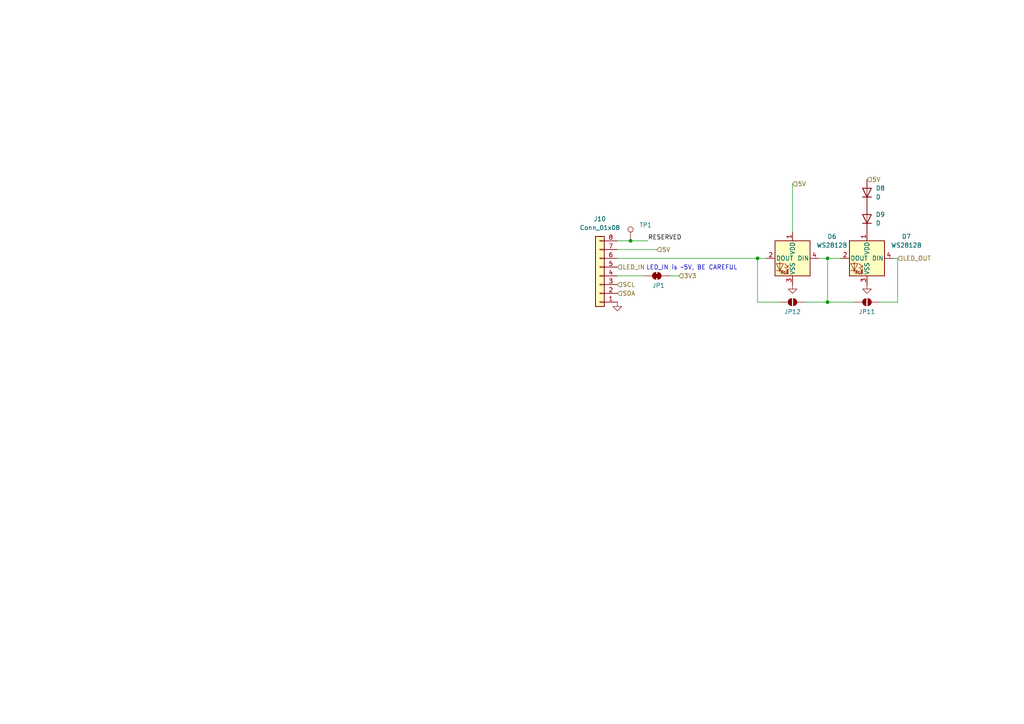
<source format=kicad_sch>
(kicad_sch (version 20231120) (generator "eeschema") (generator_version "8.0")
  (paper "A4")
  (lib_symbols
    (symbol "Connector:TestPoint" (pin_numbers hide) (pin_names (offset 0.762) hide)
      (property "Reference" "TP" (at 0 6.858 0))
      (property "Value" "TestPoint" (at 0 5.08 0))
      (symbol "TestPoint_0_1"
        (circle (center 0 3.302) (radius 0.762))
      )
      (symbol "TestPoint_1_1"
        (pin passive line (at 0 0 90) (length 2.54) (name "1") (number "1"))
      )
    )
    (symbol "Connector_Generic:Conn_01x08" (pin_names (offset 1.016) hide)
      (property "Reference" "J" (at 0 10.16 0))
      (property "Value" "Conn_01x08" (at 0 -12.7 0))
      (symbol "Conn_01x08_1_1"
        (rectangle (start -1.27 -10.033) (end 0 -10.287) (stroke (width 0.1524)))
        (rectangle (start -1.27 -7.493) (end 0 -7.747) (stroke (width 0.1524)))
        (rectangle (start -1.27 -4.953) (end 0 -5.207) (stroke (width 0.1524)))
        (rectangle (start -1.27 -2.413) (end 0 -2.667) (stroke (width 0.1524)))
        (rectangle (start -1.27 0.127) (end 0 -0.127) (stroke (width 0.1524)))
        (rectangle (start -1.27 2.667) (end 0 2.413) (stroke (width 0.1524)))
        (rectangle (start -1.27 5.207) (end 0 4.953) (stroke (width 0.1524)))
        (rectangle (start -1.27 7.747) (end 0 7.493) (stroke (width 0.1524)))
        (rectangle (start -1.27 8.89) (end 1.27 -11.43) (stroke (width 0.254)) (fill (type background)))
        (pin passive line (at -5.08 7.62 0) (length 3.81) (name "Pin_1") (number "1"))
        (pin passive line (at -5.08 5.08 0) (length 3.81) (name "Pin_2") (number "2"))
        (pin passive line (at -5.08 2.54 0) (length 3.81) (name "Pin_3") (number "3"))
        (pin passive line (at -5.08 0 0) (length 3.81) (name "Pin_4") (number "4"))
        (pin passive line (at -5.08 -2.54 0) (length 3.81) (name "Pin_5") (number "5"))
        (pin passive line (at -5.08 -5.08 0) (length 3.81) (name "Pin_6") (number "6"))
        (pin passive line (at -5.08 -7.62 0) (length 3.81) (name "Pin_7") (number "7"))
        (pin passive line (at -5.08 -10.16 0) (length 3.81) (name "Pin_8") (number "8"))
      )
    )
    (symbol "Device:D" (pin_numbers hide) (pin_names (offset 1.016) hide)
      (property "Reference" "D" (at 0 2.54 0))
      (property "Value" "D" (at 0 -2.54 0))
      (symbol "D_0_1"
        (polyline (pts (xy -1.27 1.27) (xy -1.27 -1.27)) (stroke (width 0.254)))
        (polyline (pts (xy 1.27 0) (xy -1.27 0)))
        (polyline (pts (xy 1.27 1.27) (xy 1.27 -1.27) (xy -1.27 0) (xy 1.27 1.27)) (stroke (width 0.254)))
      )
      (symbol "D_1_1"
        (pin passive line (at -3.81 0 0) (length 2.54) (name "K") (number "1"))
        (pin passive line (at 3.81 0 180) (length 2.54) (name "A") (number "2"))
      )
    )
    (symbol "Jumper:SolderJumper_2_Bridged" (pin_numbers hide) (pin_names (offset 0) hide) (exclude_from_sim yes) (in_bom no)
      (property "Reference" "JP" (at 0 2.032 0))
      (property "Value" "SolderJumper_2_Bridged" (at 0 -2.54 0))
      (symbol "SolderJumper_2_Bridged_0_1"
        (rectangle (start -0.508 0.508) (end 0.508 -0.508) (fill (type outline)))
        (arc (start -0.254 1.016) (mid -1.2656 0) (end -0.254 -1.016))
        (arc (start -0.254 1.016) (mid -1.2656 0) (end -0.254 -1.016) (fill (type outline)))
        (polyline (pts (xy -0.254 1.016) (xy -0.254 -1.016)))
        (polyline (pts (xy 0.254 1.016) (xy 0.254 -1.016)))
        (arc (start 0.254 -1.016) (mid 1.2656 0) (end 0.254 1.016))
        (arc (start 0.254 -1.016) (mid 1.2656 0) (end 0.254 1.016) (fill (type outline)))
      )
      (symbol "SolderJumper_2_Bridged_1_1"
        (pin passive line (at -3.81 0 0) (length 2.54) (name "A") (number "1"))
        (pin passive line (at 3.81 0 180) (length 2.54) (name "B") (number "2"))
      )
    )
    (symbol "Jumper:SolderJumper_2_Open" (pin_numbers hide) (pin_names (offset 0) hide) (exclude_from_sim yes) (in_bom no)
      (property "Reference" "JP" (at 0 2.032 0))
      (property "Value" "SolderJumper_2_Open" (at 0 -2.54 0))
      (symbol "SolderJumper_2_Open_0_1"
        (arc (start -0.254 1.016) (mid -1.2656 0) (end -0.254 -1.016))
        (arc (start -0.254 1.016) (mid -1.2656 0) (end -0.254 -1.016) (fill (type outline)))
        (polyline (pts (xy -0.254 1.016) (xy -0.254 -1.016)))
        (polyline (pts (xy 0.254 1.016) (xy 0.254 -1.016)))
        (arc (start 0.254 -1.016) (mid 1.2656 0) (end 0.254 1.016))
        (arc (start 0.254 -1.016) (mid 1.2656 0) (end 0.254 1.016) (fill (type outline)))
      )
      (symbol "SolderJumper_2_Open_1_1"
        (pin passive line (at -3.81 0 0) (length 2.54) (name "A") (number "1"))
        (pin passive line (at 3.81 0 180) (length 2.54) (name "B") (number "2"))
      )
    )
    (symbol "LED:WS2812B" (pin_names (offset 0.254))
      (property "Reference" "D" (at 5.08 5.715 0))
      (property "Value" "WS2812B" (at 1.27 -5.715 0))
      (symbol "WS2812B_0_0"
        (text "RGB" (at 2.286 -4.191 0) (effects (font (size 0.762 0.762))))
      )
      (symbol "WS2812B_0_1"
        (polyline (pts (xy 1.27 -3.556) (xy 1.778 -3.556)))
        (polyline (pts (xy 1.27 -2.54) (xy 1.778 -2.54)))
        (polyline (pts (xy 4.699 -3.556) (xy 2.667 -3.556)))
        (polyline (pts (xy 2.286 -2.54) (xy 1.27 -3.556) (xy 1.27 -3.048)))
        (polyline (pts (xy 2.286 -1.524) (xy 1.27 -2.54) (xy 1.27 -2.032)))
        (polyline (pts (xy 3.683 -1.016) (xy 3.683 -3.556) (xy 3.683 -4.064)))
        (polyline (pts (xy 4.699 -1.524) (xy 2.667 -1.524) (xy 3.683 -3.556) (xy 4.699 -1.524)))
        (rectangle (start 5.08 5.08) (end -5.08 -5.08) (stroke (width 0.254)) (fill (type background)))
      )
      (symbol "WS2812B_1_1"
        (pin power_in line (at 0 7.62 270) (length 2.54) (name "VDD") (number "1"))
        (pin output line (at 7.62 0 180) (length 2.54) (name "DOUT") (number "2"))
        (pin power_in line (at 0 -7.62 90) (length 2.54) (name "VSS") (number "3"))
        (pin input line (at -7.62 0 0) (length 2.54) (name "DIN") (number "4"))
      )
    )
    (symbol "power:GND" (power) (pin_names (offset 0))
      (property "Value" "GND" (at 0 -3.81 0))
      (symbol "GND_0_1"
        (polyline (pts (xy 0 0) (xy 0 -1.27) (xy 1.27 -1.27) (xy 0 -2.54) (xy -1.27 -1.27) (xy 0 -1.27)))
      )
      (symbol "GND_1_1"
        (pin power_in line (at 0 0 270) (length 0) hide (name "GND") (number "1"))
      )
    )
  )
  (junction (at 240.03 87.63))
  (junction (at 182.88 69.85))
  (junction (at 240.03 74.93))
  (junction (at 219.71 74.93))
  (wire (pts (xy 222.25 74.93) (xy 219.71 74.93)))
  (wire (pts (xy 243.84 74.93) (xy 240.03 74.93)))
  (wire (pts (xy 219.71 87.63) (xy 219.71 74.93)))
  (wire (pts (xy 255.27 87.63) (xy 260.35 87.63)))
  (wire (pts (xy 194.31 80.01) (xy 196.85 80.01)))
  (wire (pts (xy 179.07 72.39) (xy 190.5 72.39)))
  (wire (pts (xy 233.68 87.63) (xy 240.03 87.63)))
  (wire (pts (xy 229.87 53.34) (xy 229.87 67.31)))
  (wire (pts (xy 219.71 74.93) (xy 179.07 74.93)))
  (wire (pts (xy 260.35 74.93) (xy 259.08 74.93)))
  (wire (pts (xy 226.06 87.63) (xy 219.71 87.63)))
  (wire (pts (xy 182.88 69.85) (xy 179.07 69.85)))
  (wire (pts (xy 240.03 74.93) (xy 237.49 74.93)))
  (wire (pts (xy 260.35 87.63) (xy 260.35 74.93)))
  (wire (pts (xy 187.96 69.85) (xy 182.88 69.85)))
  (wire (pts (xy 240.03 87.63) (xy 240.03 74.93)))
  (wire (pts (xy 179.07 80.01) (xy 186.69 80.01)))
  (wire (pts (xy 247.65 87.63) (xy 240.03 87.63)))
  (text "LED_IN is ~5V, BE CAREFUL" (at 200.66 77.724 0) (effects (font (size 1.27 1.27))))
  (label "RESERVED" (at 187.96 69.85 0))
  (hierarchical_label "3V3" (shape input) (at 196.85 80.01 0))
  (hierarchical_label "LED_OUT" (shape input) (at 260.35 74.93 0))
  (hierarchical_label "5V" (shape input) (at 190.5 72.39 0))
  (hierarchical_label "SCL" (shape input) (at 179.07 82.55 0))
  (hierarchical_label "SDA" (shape input) (at 179.07 85.09 0))
  (hierarchical_label "LED_IN" (shape input) (at 179.07 77.47 0))
  (hierarchical_label "5V" (shape input) (at 251.46 52.07 0))
  (hierarchical_label "5V" (shape input) (at 229.87 53.34 0))
  (symbol (lib_id "Connector_Generic:Conn_01x08") (at 173.99 80.01 180) (unit 1)
    (property "Reference" "J10" (at 173.99 63.5 0))
    (property "Value" "Conn_01x08" (at 173.99 66.04 0))
  )
  (symbol (lib_id "Jumper:SolderJumper_2_Bridged") (at 190.5 80.01 0) (mirror x) (unit 1) (exclude_from_sim yes) (in_bom no)
    (property "Reference" "JP1" (at 191.008 82.804 0))
    (property "Value" "SolderJumper_2_Bridged" (effects (hide yes)))
    (property "Description" "Solder Jumper, 2-pole, closed/bridged" (effects (hide yes)))
  )
  (symbol (lib_id "Jumper:SolderJumper_2_Open") (at 229.87 87.63 0) (unit 1) (exclude_from_sim yes) (in_bom no)
    (property "Reference" "JP12" (at 229.87 90.424 0))
    (property "Value" "SolderJumper_2_Open" (effects (hide yes)))
    (property "Description" "Solder Jumper, 2-pole, open" (effects (hide yes)))
  )
  (symbol (lib_id "Device:D") (at 251.46 55.88 90) (unit 1)
    (property "Reference" "D8" (at 254 54.6099 90) (effects (justify right)))
    (property "Value" "D" (at 254 57.1499 90) (effects (justify right)))
    (property "Description" "Diode" (effects (hide yes)))
    (property "Sim.Device" "D" (effects (hide yes)))
    (property "Sim.Pins" "1=K 2=A" (effects (hide yes)))
  )
  (symbol (lib_id "LED:WS2812B") (at 251.46 74.93 0) (mirror y) (unit 1)
    (property "Reference" "D7" (at 262.89 68.6114 0))
    (property "Value" "WS2812B" (at 262.89 71.1514 0))
    (property "Footprint" "LED_SMD:LED_WS2812B_PLCC4_5.0x5.0mm_P3.2mm" (effects (hide yes)))
    (property "Datasheet" "https://cdn-shop.adafruit.com/datasheets/WS2812B.pdf" (effects (hide yes)))
    (property "Description" "RGB LED with integrated controller" (effects (hide yes)))
  )
  (symbol (lib_id "power:GND") (at 179.07 87.63 0) (unit 1)
    (property "Reference" "#PWR01" (effects (hide yes)))
    (property "Value" "GND" (effects (hide yes)))
  )
  (symbol (lib_id "power:GND") (at 251.46 82.55 0) (unit 1)
    (property "Reference" "#PWR039" (effects (hide yes)))
    (property "Value" "GND" (effects (hide yes)))
  )
  (symbol (lib_id "Connector:TestPoint") (at 182.88 69.85 0) (unit 1)
    (property "Reference" "TP1" (at 185.42 65.2779 0) (effects (justify left)))
    (property "Value" "TestPoint" (effects (hide yes)))
    (property "Description" "test point" (effects (hide yes)))
  )
  (symbol (lib_id "Jumper:SolderJumper_2_Open") (at 251.46 87.63 0) (unit 1) (exclude_from_sim yes) (in_bom no)
    (property "Reference" "JP11" (at 251.46 90.424 0))
    (property "Value" "SolderJumper_2_Open" (effects (hide yes)))
    (property "Description" "Solder Jumper, 2-pole, open" (effects (hide yes)))
  )
  (symbol (lib_id "Device:D") (at 251.46 63.5 90) (unit 1)
    (property "Reference" "D9" (at 254 62.2299 90) (effects (justify right)))
    (property "Value" "D" (at 254 64.7699 90) (effects (justify right)))
    (property "Description" "Diode" (effects (hide yes)))
    (property "Sim.Device" "D" (effects (hide yes)))
    (property "Sim.Pins" "1=K 2=A" (effects (hide yes)))
  )
  (symbol (lib_id "power:GND") (at 229.87 82.55 0) (unit 1)
    (property "Reference" "#PWR03" (effects (hide yes)))
    (property "Value" "GND" (effects (hide yes)))
  )
  (symbol (lib_id "LED:WS2812B") (at 229.87 74.93 0) (mirror y) (unit 1)
    (property "Reference" "D6" (at 241.3 68.6114 0))
    (property "Value" "WS2812B" (at 241.3 71.1514 0))
    (property "Footprint" "LED_SMD:LED_WS2812B_PLCC4_5.0x5.0mm_P3.2mm" (effects (hide yes)))
    (property "Datasheet" "https://cdn-shop.adafruit.com/datasheets/WS2812B.pdf" (effects (hide yes)))
    (property "Description" "RGB LED with integrated controller" (effects (hide yes)))
  )
)
</source>
